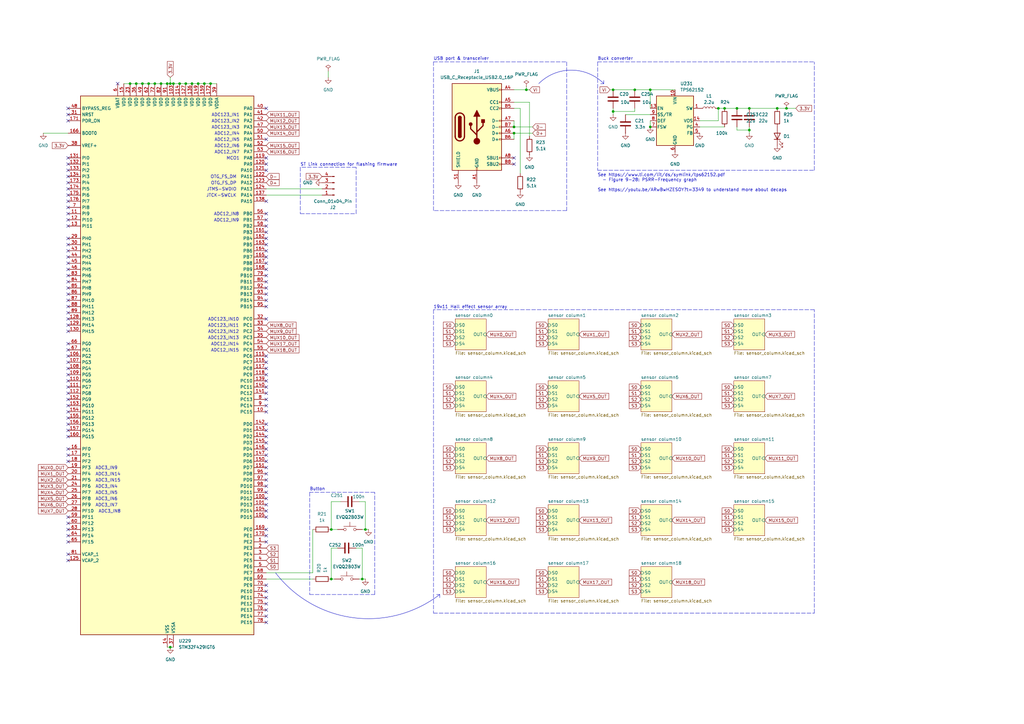
<source format=kicad_sch>
(kicad_sch (version 20250114) (generator "eeschema") (generator_version "9.0")
  (paper "A3")
  (title_block (title "Pompyboard Prototype"))
  (lib_symbols
    (symbol "Connector:Conn_01x04_Pin" (pin_names (offset 1.016) (hide yes))
      (property "Reference" "J" (at 0 5.08 0))
      (property "Value" "Conn_01x04_Pin" (at 0 -7.62 0))
      (symbol "Conn_01x04_Pin_1_1"
        (pin passive line (at 5.08 2.54 180) (length 3.81) (name "Pin_1") (number "1"))
        (pin passive line (at 5.08 0 180) (length 3.81) (name "Pin_2") (number "2"))
        (pin passive line (at 5.08 -2.54 180) (length 3.81) (name "Pin_3") (number "3"))
        (pin passive line (at 5.08 -5.08 180) (length 3.81) (name "Pin_4") (number "4"))
      )
    )
    (symbol "Connector:USB_C_Receptacle_USB2.0_16P" (pin_names (offset 1.016))
      (property "Reference" "J" (at 0 22.225 0))
      (property "Value" "USB_C_Receptacle_USB2.0_16P" (at 0 19.685 0))
      (symbol "USB_C_Receptacle_USB2.0_16P_1_1"
        (pin passive line (at -7.62 -22.86 90) (length 5.08) (name "SHIELD") (number "S1"))
        (pin passive line (at 0 -22.86 90) (length 5.08) (name "GND") (number "A1"))
        (pin passive line (at 0 -22.86 90) (length 5.08) (hide yes) (name "GND") (number "A12"))
        (pin passive line (at 0 -22.86 90) (length 5.08) (hide yes) (name "GND") (number "B1"))
        (pin passive line (at 0 -22.86 90) (length 5.08) (hide yes) (name "GND") (number "B12"))
        (pin passive line (at 15.24 15.24 180) (length 5.08) (name "VBUS") (number "A4"))
        (pin passive line (at 15.24 15.24 180) (length 5.08) (hide yes) (name "VBUS") (number "A9"))
        (pin passive line (at 15.24 15.24 180) (length 5.08) (hide yes) (name "VBUS") (number "B4"))
        (pin passive line (at 15.24 15.24 180) (length 5.08) (hide yes) (name "VBUS") (number "B9"))
        (pin bidirectional line (at 15.24 10.16 180) (length 5.08) (name "CC1") (number "A5"))
        (pin bidirectional line (at 15.24 7.62 180) (length 5.08) (name "CC2") (number "B5"))
        (pin bidirectional line (at 15.24 2.54 180) (length 5.08) (name "D-") (number "A7"))
        (pin bidirectional line (at 15.24 0 180) (length 5.08) (name "D-") (number "B7"))
        (pin bidirectional line (at 15.24 -2.54 180) (length 5.08) (name "D+") (number "A6"))
        (pin bidirectional line (at 15.24 -5.08 180) (length 5.08) (name "D+") (number "B6"))
        (pin bidirectional line (at 15.24 -12.7 180) (length 5.08) (name "SBU1") (number "A8"))
        (pin bidirectional line (at 15.24 -15.24 180) (length 5.08) (name "SBU2") (number "B8"))
      )
    )
    (symbol "Device:C" (pin_numbers (hide yes)) (pin_names (offset 0.254))
      (property "Reference" "C" (at 0.635 2.54 0))
      (property "Value" "C" (at 0.635 -2.54 0))
      (symbol "C_1_1"
        (pin passive line (at 0 3.81 270) (length 2.794) (name "~") (number "1"))
        (pin passive line (at 0 -3.81 90) (length 2.794) (name "~") (number "2"))
      )
    )
    (symbol "Device:L" (pin_numbers (hide yes)) (pin_names (offset 1.016) (hide yes))
      (property "Reference" "L" (at -1.27 0 90))
      (property "Value" "L" (at 1.905 0 90))
      (symbol "L_1_1"
        (pin passive line (at 0 3.81 270) (length 1.27) (name "1") (number "1"))
        (pin passive line (at 0 -3.81 90) (length 1.27) (name "2") (number "2"))
      )
    )
    (symbol "Device:LED" (pin_numbers (hide yes)) (pin_names (offset 1.016) (hide yes))
      (property "Reference" "D" (at 0 2.54 0))
      (property "Value" "LED" (at 0 -2.54 0))
      (symbol "LED_1_1"
        (pin passive line (at -3.81 0 0) (length 2.54) (name "K") (number "1"))
        (pin passive line (at 3.81 0 180) (length 2.54) (name "A") (number "2"))
      )
    )
    (symbol "Device:R" (pin_numbers (hide yes)) (pin_names (offset 0))
      (property "Reference" "R" (at 2.032 0 90))
      (property "Value" "R" (at 0 0 90))
      (symbol "R_1_1"
        (pin passive line (at 0 3.81 270) (length 1.27) (name "~") (number "1"))
        (pin passive line (at 0 -3.81 90) (length 1.27) (name "~") (number "2"))
      )
    )
    (symbol "MCU_ST_STM32F4:STM32F429IGTx"
      (property "Reference" "U" (at -35.56 113.03 0))
      (property "Value" "STM32F429IGTx" (at 22.86 113.03 0))
      (symbol "STM32F429IGTx_1_1"
        (pin input line (at -40.64 106.68 0) (length 5.08) (name "BYPASS_REG") (number "48"))
        (pin input line (at -40.64 104.14 0) (length 5.08) (name "NRST") (number "31"))
        (pin input line (at -40.64 101.6 0) (length 5.08) (name "PDR_ON") (number "171"))
        (pin input line (at -40.64 96.52 0) (length 5.08) (name "BOOT0") (number "166"))
        (pin input line (at -40.64 91.44 0) (length 5.08) (name "VREF+") (number "38"))
        (pin bidirectional line (at -40.64 86.36 0) (length 5.08) (name "PI0") (number "131"))
        (pin bidirectional line (at -40.64 83.82 0) (length 5.08) (name "PI1") (number "132"))
        (pin bidirectional line (at -40.64 81.28 0) (length 5.08) (name "PI2") (number "133"))
        (pin bidirectional line (at -40.64 78.74 0) (length 5.08) (name "PI3") (number "134"))
        (pin bidirectional line (at -40.64 76.2 0) (length 5.08) (name "PI4") (number "173"))
        (pin bidirectional line (at -40.64 73.66 0) (length 5.08) (name "PI5") (number "174"))
        (pin bidirectional line (at -40.64 71.12 0) (length 5.08) (name "PI6") (number "175"))
        (pin bidirectional line (at -40.64 68.58 0) (length 5.08) (name "PI7") (number "176"))
        (pin bidirectional line (at -40.64 66.04 0) (length 5.08) (name "PI8") (number "7"))
        (pin bidirectional line (at -40.64 63.5 0) (length 5.08) (name "PI9") (number "11"))
        (pin bidirectional line (at -40.64 60.96 0) (length 5.08) (name "PI10") (number "12"))
        (pin bidirectional line (at -40.64 58.42 0) (length 5.08) (name "PI11") (number "13"))
        (pin bidirectional line (at -40.64 53.34 0) (length 5.08) (name "PH0") (number "29"))
        (pin bidirectional line (at -40.64 50.8 0) (length 5.08) (name "PH1") (number "30"))
        (pin bidirectional line (at -40.64 48.26 0) (length 5.08) (name "PH2") (number "43"))
        (pin bidirectional line (at -40.64 45.72 0) (length 5.08) (name "PH3") (number "44"))
        (pin bidirectional line (at -40.64 43.18 0) (length 5.08) (name "PH4") (number "45"))
        (pin bidirectional line (at -40.64 40.64 0) (length 5.08) (name "PH5") (number "46"))
        (pin bidirectional line (at -40.64 38.1 0) (length 5.08) (name "PH6") (number "83"))
        (pin bidirectional line (at -40.64 35.56 0) (length 5.08) (name "PH7") (number "84"))
        (pin bidirectional line (at -40.64 33.02 0) (length 5.08) (name "PH8") (number "85"))
        (pin bidirectional line (at -40.64 30.48 0) (length 5.08) (name "PH9") (number "86"))
        (pin bidirectional line (at -40.64 27.94 0) (length 5.08) (name "PH10") (number "87"))
        (pin bidirectional line (at -40.64 25.4 0) (length 5.08) (name "PH11") (number "88"))
        (pin bidirectional line (at -40.64 22.86 0) (length 5.08) (name "PH12") (number "89"))
        (pin bidirectional line (at -40.64 20.32 0) (length 5.08) (name "PH13") (number "128"))
        (pin bidirectional line (at -40.64 17.78 0) (length 5.08) (name "PH14") (number "129"))
        (pin bidirectional line (at -40.64 15.24 0) (length 5.08) (name "PH15") (number "130"))
        (pin bidirectional line (at -40.64 10.16 0) (length 5.08) (name "PG0") (number "66"))
        (pin bidirectional line (at -40.64 7.62 0) (length 5.08) (name "PG1") (number "67"))
        (pin bidirectional line (at -40.64 5.08 0) (length 5.08) (name "PG2") (number "106"))
        (pin bidirectional line (at -40.64 2.54 0) (length 5.08) (name "PG3") (number "107"))
        (pin bidirectional line (at -40.64 0 0) (length 5.08) (name "PG4") (number "108"))
        (pin bidirectional line (at -40.64 -2.54 0) (length 5.08) (name "PG5") (number "109"))
        (pin bidirectional line (at -40.64 -5.08 0) (length 5.08) (name "PG6") (number "110"))
        (pin bidirectional line (at -40.64 -7.62 0) (length 5.08) (name "PG7") (number "111"))
        (pin bidirectional line (at -40.64 -10.16 0) (length 5.08) (name "PG8") (number "112"))
        (pin bidirectional line (at -40.64 -12.7 0) (length 5.08) (name "PG9") (number "152"))
        (pin bidirectional line (at -40.64 -15.24 0) (length 5.08) (name "PG10") (number "153"))
        (pin bidirectional line (at -40.64 -17.78 0) (length 5.08) (name "PG11") (number "154"))
        (pin bidirectional line (at -40.64 -20.32 0) (length 5.08) (name "PG12") (number "155"))
        (pin bidirectional line (at -40.64 -22.86 0) (length 5.08) (name "PG13") (number "156"))
        (pin bidirectional line (at -40.64 -25.4 0) (length 5.08) (name "PG14") (number "157"))
        (pin bidirectional line (at -40.64 -27.94 0) (length 5.08) (name "PG15") (number "160"))
        (pin bidirectional line (at -40.64 -33.02 0) (length 5.08) (name "PF0") (number "16"))
        (pin bidirectional line (at -40.64 -35.56 0) (length 5.08) (name "PF1") (number "17"))
        (pin bidirectional line (at -40.64 -38.1 0) (length 5.08) (name "PF2") (number "18"))
        (pin bidirectional line (at -40.64 -40.64 0) (length 5.08) (name "PF3") (number "19"))
        (pin bidirectional line (at -40.64 -43.18 0) (length 5.08) (name "PF4") (number "20"))
        (pin bidirectional line (at -40.64 -45.72 0) (length 5.08) (name "PF5") (number "21"))
        (pin bidirectional line (at -40.64 -48.26 0) (length 5.08) (name "PF6") (number "24"))
        (pin bidirectional line (at -40.64 -50.8 0) (length 5.08) (name "PF7") (number "25"))
        (pin bidirectional line (at -40.64 -53.34 0) (length 5.08) (name "PF8") (number "26"))
        (pin bidirectional line (at -40.64 -55.88 0) (length 5.08) (name "PF9") (number "27"))
        (pin bidirectional line (at -40.64 -58.42 0) (length 5.08) (name "PF10") (number "28"))
        (pin bidirectional line (at -40.64 -60.96 0) (length 5.08) (name "PF11") (number "59"))
        (pin bidirectional line (at -40.64 -63.5 0) (length 5.08) (name "PF12") (number "60"))
        (pin bidirectional line (at -40.64 -66.04 0) (length 5.08) (name "PF13") (number "63"))
        (pin bidirectional line (at -40.64 -68.58 0) (length 5.08) (name "PF14") (number "64"))
        (pin bidirectional line (at -40.64 -71.12 0) (length 5.08) (name "PF15") (number "65"))
        (pin power_out line (at -40.64 -76.2 0) (length 5.08) (name "VCAP_1") (number "81"))
        (pin power_out line (at -40.64 -78.74 0) (length 5.08) (name "VCAP_2") (number "125"))
        (pin power_in line (at -20.32 116.84 270) (length 5.08) (name "VBAT") (number "6"))
        (pin power_in line (at -17.78 116.84 270) (length 5.08) (name "VDD") (number "15"))
        (pin power_in line (at -15.24 116.84 270) (length 5.08) (name "VDD") (number "23"))
        (pin power_in line (at -12.7 116.84 270) (length 5.08) (name "VDD") (number "36"))
        (pin power_in line (at -10.16 116.84 270) (length 5.08) (name "VDD") (number "49"))
        (pin power_in line (at -7.62 116.84 270) (length 5.08) (name "VDD") (number "62"))
        (pin power_in line (at -5.08 116.84 270) (length 5.08) (name "VDD") (number "72"))
        (pin power_in line (at -2.54 116.84 270) (length 5.08) (name "VDD") (number "82"))
        (pin power_in line (at 0 116.84 270) (length 5.08) (name "VDD") (number "91"))
        (pin passive line (at 0 -114.3 90) (length 5.08) (hide yes) (name "VSS") (number "102"))
        (pin passive line (at 0 -114.3 90) (length 5.08) (hide yes) (name "VSS") (number "113"))
        (pin passive line (at 0 -114.3 90) (length 5.08) (hide yes) (name "VSS") (number "126"))
        (pin passive line (at 0 -114.3 90) (length 5.08) (hide yes) (name "VSS") (number "135"))
        (pin power_in line (at 0 -114.3 90) (length 5.08) (name "VSS") (number "14"))
        (pin passive line (at 0 -114.3 90) (length 5.08) (hide yes) (name "VSS") (number "148"))
        (pin passive line (at 0 -114.3 90) (length 5.08) (hide yes) (name "VSS") (number "158"))
        (pin passive line (at 0 -114.3 90) (length 5.08) (hide yes) (name "VSS") (number "22"))
        (pin passive line (at 0 -114.3 90) (length 5.08) (hide yes) (name "VSS") (number "61"))
        (pin passive line (at 0 -114.3 90) (length 5.08) (hide yes) (name "VSS") (number "71"))
        (pin passive line (at 0 -114.3 90) (length 5.08) (hide yes) (name "VSS") (number "90"))
        (pin power_in line (at 2.54 116.84 270) (length 5.08) (name "VDD") (number "103"))
        (pin power_in line (at 2.54 -114.3 90) (length 5.08) (name "VSSA") (number "37"))
        (pin power_in line (at 5.08 116.84 270) (length 5.08) (name "VDD") (number "114"))
        (pin power_in line (at 7.62 116.84 270) (length 5.08) (name "VDD") (number "127"))
        (pin power_in line (at 10.16 116.84 270) (length 5.08) (name "VDD") (number "136"))
        (pin power_in line (at 12.7 116.84 270) (length 5.08) (name "VDD") (number "149"))
        (pin power_in line (at 15.24 116.84 270) (length 5.08) (name "VDD") (number "159"))
        (pin power_in line (at 17.78 116.84 270) (length 5.08) (name "VDD") (number "172"))
        (pin power_in line (at 20.32 116.84 270) (length 5.08) (name "VDDA") (number "39"))
        (pin bidirectional line (at 40.64 106.68 180) (length 5.08) (name "PA0") (number "40"))
        (pin bidirectional line (at 40.64 104.14 180) (length 5.08) (name "PA1") (number "41"))
        (pin bidirectional line (at 40.64 101.6 180) (length 5.08) (name "PA2") (number "42"))
        (pin bidirectional line (at 40.64 99.06 180) (length 5.08) (name "PA3") (number "47"))
        (pin bidirectional line (at 40.64 96.52 180) (length 5.08) (name "PA4") (number "50"))
        (pin bidirectional line (at 40.64 93.98 180) (length 5.08) (name "PA5") (number "51"))
        (pin bidirectional line (at 40.64 91.44 180) (length 5.08) (name "PA6") (number "52"))
        (pin bidirectional line (at 40.64 88.9 180) (length 5.08) (name "PA7") (number "53"))
        (pin bidirectional line (at 40.64 86.36 180) (length 5.08) (name "PA8") (number "119"))
        (pin bidirectional line (at 40.64 83.82 180) (length 5.08) (name "PA9") (number "120"))
        (pin bidirectional line (at 40.64 81.28 180) (length 5.08) (name "PA10") (number "121"))
        (pin bidirectional line (at 40.64 78.74 180) (length 5.08) (name "PA11") (number "122"))
        (pin bidirectional line (at 40.64 76.2 180) (length 5.08) (name "PA12") (number "123"))
        (pin bidirectional line (at 40.64 73.66 180) (length 5.08) (name "PA13") (number "124"))
        (pin bidirectional line (at 40.64 71.12 180) (length 5.08) (name "PA14") (number "137"))
        (pin bidirectional line (at 40.64 68.58 180) (length 5.08) (name "PA15") (number "138"))
        (pin bidirectional line (at 40.64 63.5 180) (length 5.08) (name "PB0") (number "56"))
        (pin bidirectional line (at 40.64 60.96 180) (length 5.08) (name "PB1") (number "57"))
        (pin bidirectional line (at 40.64 58.42 180) (length 5.08) (name "PB2") (number "58"))
        (pin bidirectional line (at 40.64 55.88 180) (length 5.08) (name "PB3") (number "161"))
        (pin bidirectional line (at 40.64 53.34 180) (length 5.08) (name "PB4") (number "162"))
        (pin bidirectional line (at 40.64 50.8 180) (length 5.08) (name "PB5") (number "163"))
        (pin bidirectional line (at 40.64 48.26 180) (length 5.08) (name "PB6") (number "164"))
        (pin bidirectional line (at 40.64 45.72 180) (length 5.08) (name "PB7") (number "165"))
        (pin bidirectional line (at 40.64 43.18 180) (length 5.08) (name "PB8") (number "167"))
        (pin bidirectional line (at 40.64 40.64 180) (length 5.08) (name "PB9") (number "168"))
        (pin bidirectional line (at 40.64 38.1 180) (length 5.08) (name "PB10") (number "79"))
        (pin bidirectional line (at 40.64 35.56 180) (length 5.08) (name "PB11") (number "80"))
        (pin bidirectional line (at 40.64 33.02 180) (length 5.08) (name "PB12") (number "92"))
        (pin bidirectional line (at 40.64 30.48 180) (length 5.08) (name "PB13") (number "93"))
        (pin bidirectional line (at 40.64 27.94 180) (length 5.08) (name "PB14") (number "94"))
        (pin bidirectional line (at 40.64 25.4 180) (length 5.08) (name "PB15") (number "95"))
        (pin bidirectional line (at 40.64 20.32 180) (length 5.08) (name "PC0") (number "32"))
        (pin bidirectional line (at 40.64 17.78 180) (length 5.08) (name "PC1") (number "33"))
        (pin bidirectional line (at 40.64 15.24 180) (length 5.08) (name "PC2") (number "34"))
        (pin bidirectional line (at 40.64 12.7 180) (length 5.08) (name "PC3") (number "35"))
        (pin bidirectional line (at 40.64 10.16 180) (length 5.08) (name "PC4") (number "54"))
        (pin bidirectional line (at 40.64 7.62 180) (length 5.08) (name "PC5") (number "55"))
        (pin bidirectional line (at 40.64 5.08 180) (length 5.08) (name "PC6") (number "115"))
        (pin bidirectional line (at 40.64 2.54 180) (length 5.08) (name "PC7") (number "116"))
        (pin bidirectional line (at 40.64 0 180) (length 5.08) (name "PC8") (number "117"))
        (pin bidirectional line (at 40.64 -2.54 180) (length 5.08) (name "PC9") (number "118"))
        (pin bidirectional line (at 40.64 -5.08 180) (length 5.08) (name "PC10") (number "139"))
        (pin bidirectional line (at 40.64 -7.62 180) (length 5.08) (name "PC11") (number "140"))
        (pin bidirectional line (at 40.64 -10.16 180) (length 5.08) (name "PC12") (number "141"))
        (pin bidirectional line (at 40.64 -12.7 180) (length 5.08) (name "PC13") (number "8"))
        (pin bidirectional line (at 40.64 -15.24 180) (length 5.08) (name "PC14") (number "9"))
        (pin bidirectional line (at 40.64 -17.78 180) (length 5.08) (name "PC15") (number "10"))
        (pin bidirectional line (at 40.64 -22.86 180) (length 5.08) (name "PD0") (number "142"))
        (pin bidirectional line (at 40.64 -25.4 180) (length 5.08) (name "PD1") (number "143"))
        (pin bidirectional line (at 40.64 -27.94 180) (length 5.08) (name "PD2") (number "144"))
        (pin bidirectional line (at 40.64 -30.48 180) (length 5.08) (name "PD3") (number "145"))
        (pin bidirectional line (at 40.64 -33.02 180) (length 5.08) (name "PD4") (number "146"))
        (pin bidirectional line (at 40.64 -35.56 180) (length 5.08) (name "PD5") (number "147"))
        (pin bidirectional line (at 40.64 -38.1 180) (length 5.08) (name "PD6") (number "150"))
        (pin bidirectional line (at 40.64 -40.64 180) (length 5.08) (name "PD7") (number "151"))
        (pin bidirectional line (at 40.64 -43.18 180) (length 5.08) (name "PD8") (number "96"))
        (pin bidirectional line (at 40.64 -45.72 180) (length 5.08) (name "PD9") (number "97"))
        (pin bidirectional line (at 40.64 -48.26 180) (length 5.08) (name "PD10") (number "98"))
        (pin bidirectional line (at 40.64 -50.8 180) (length 5.08) (name "PD11") (number "99"))
        (pin bidirectional line (at 40.64 -53.34 180) (length 5.08) (name "PD12") (number "100"))
        (pin bidirectional line (at 40.64 -55.88 180) (length 5.08) (name "PD13") (number "101"))
        (pin bidirectional line (at 40.64 -58.42 180) (length 5.08) (name "PD14") (number "104"))
        (pin bidirectional line (at 40.64 -60.96 180) (length 5.08) (name "PD15") (number "105"))
        (pin bidirectional line (at 40.64 -66.04 180) (length 5.08) (name "PE0") (number "169"))
        (pin bidirectional line (at 40.64 -68.58 180) (length 5.08) (name "PE1") (number "170"))
        (pin bidirectional line (at 40.64 -71.12 180) (length 5.08) (name "PE2") (number "1"))
        (pin bidirectional line (at 40.64 -73.66 180) (length 5.08) (name "PE3") (number "2"))
        (pin bidirectional line (at 40.64 -76.2 180) (length 5.08) (name "PE4") (number "3"))
        (pin bidirectional line (at 40.64 -78.74 180) (length 5.08) (name "PE5") (number "4"))
        (pin bidirectional line (at 40.64 -81.28 180) (length 5.08) (name "PE6") (number "5"))
        (pin bidirectional line (at 40.64 -83.82 180) (length 5.08) (name "PE7") (number "68"))
        (pin bidirectional line (at 40.64 -86.36 180) (length 5.08) (name "PE8") (number "69"))
        (pin bidirectional line (at 40.64 -88.9 180) (length 5.08) (name "PE9") (number "70"))
        (pin bidirectional line (at 40.64 -91.44 180) (length 5.08) (name "PE10") (number "73"))
        (pin bidirectional line (at 40.64 -93.98 180) (length 5.08) (name "PE11") (number "74"))
        (pin bidirectional line (at 40.64 -96.52 180) (length 5.08) (name "PE12") (number "75"))
        (pin bidirectional line (at 40.64 -99.06 180) (length 5.08) (name "PE13") (number "76"))
        (pin bidirectional line (at 40.64 -101.6 180) (length 5.08) (name "PE14") (number "77"))
        (pin bidirectional line (at 40.64 -104.14 180) (length 5.08) (name "PE15") (number "78"))
      )
    )
    (symbol "Regulator_Switching:TPS62152" (pin_names (offset 0.254))
      (property "Reference" "U" (at 3.81 13.97 0))
      (property "Value" "TPS62152" (at 3.81 11.43 0))
      (symbol "TPS62152_1_1"
        (pin input line (at -10.16 5.08 0) (length 2.54) (name "EN") (number "13"))
        (pin input line (at -10.16 2.54 0) (length 2.54) (name "SS/TR") (number "9"))
        (pin input line (at -10.16 0 0) (length 2.54) (name "DEF") (number "8"))
        (pin input line (at -10.16 -2.54 0) (length 2.54) (name "FSW") (number "7"))
        (pin power_in line (at 0 12.7 270) (length 2.54) (name "VIN") (number "10"))
        (pin passive line (at 0 12.7 270) (length 2.54) (hide yes) (name "VIN") (number "11"))
        (pin passive line (at 0 12.7 270) (length 2.54) (hide yes) (name "VIN") (number "12"))
        (pin passive line (at 0 -12.7 90) (length 2.54) (hide yes) (name "GND") (number "15"))
        (pin passive line (at 0 -12.7 90) (length 2.54) (hide yes) (name "GND") (number "16"))
        (pin passive line (at 0 -12.7 90) (length 2.54) (hide yes) (name "GND") (number "17"))
        (pin power_in line (at 0 -12.7 90) (length 2.54) (name "GND") (number "6"))
        (pin output line (at 10.16 5.08 180) (length 2.54) (name "SW") (number "1"))
        (pin passive line (at 10.16 5.08 180) (length 2.54) (hide yes) (name "SW") (number "2"))
        (pin passive line (at 10.16 5.08 180) (length 2.54) (hide yes) (name "SW") (number "3"))
        (pin input line (at 10.16 0 180) (length 2.54) (name "VOS") (number "14"))
        (pin open_collector line (at 10.16 -2.54 180) (length 2.54) (name "PG") (number "4"))
        (pin input line (at 10.16 -5.08 180) (length 2.54) (name "FB") (number "5"))
      )
    )
    (symbol "Switch:SW_Push" (pin_numbers (hide yes)) (pin_names (offset 1.016) (hide yes))
      (property "Reference" "SW" (at 1.27 2.54 0))
      (property "Value" "SW_Push" (at 0 -1.524 0))
      (symbol "SW_Push_0_1"
        (pin passive line (at -5.08 0 0) (length 2.54) (name "1") (number "1"))
        (pin passive line (at 5.08 0 180) (length 2.54) (name "2") (number "2"))
      )
    )
    (symbol "power:GND" (power) (pin_numbers (hide yes)) (pin_names (offset 0) (hide yes))
      (property "Value" "GND" (at 0 -3.81 0))
      (symbol "GND_1_1"
        (pin power_in line (at 0 0 270) (length 0) (name "~") (number "1"))
      )
    )
    (symbol "power:PWR_FLAG" (power) (pin_numbers (hide yes)) (pin_names (offset 0) (hide yes))
      (property "Value" "PWR_FLAG" (at 0 3.81 0))
      (symbol "PWR_FLAG_0_0"
        (pin power_out line (at 0 0 90) (length 0) (name "~") (number "1"))
      )
    )
  )
  (arc (start 180.34 243.84) (mid 144.8438 253.3353) (end 113.03 234.95))
  (arc (start 220.98 34.29) (mid 234.315 28.7664) (end 247.65 34.29))
  (text "ADC3_IN6" (at 39.116 204.724 0) (effects (font (size 1.27 1.27)) (justify left)))
  (text "ADC3_IN8" (at 40.386 209.804 0) (effects (font (size 1.27 1.27)) (justify left)))
  (text "ADC12_IN15" (at 98.044 143.764 0) (effects (font (size 1.27 1.27)) (justify right)))
  (text "ADC3_IN14" (at 39.116 194.564 0) (effects (font (size 1.27 1.27)) (justify left)))
  (text "ADC12_IN14" (at 98.044 141.224 0) (effects (font (size 1.27 1.27)) (justify right)))
  (text "ADC123_IN10" (at 98.044 131.064 0) (effects (font (size 1.27 1.27)) (justify right)))
  (text "ADC123_IN12" (at 98.044 136.144 0) (effects (font (size 1.27 1.27)) (justify right)))
  (text "Button" (at 127 200.66 0) (effects (font (size 1.27 1.27)) (justify left)))
  (text "ADC12_IN9" (at 98.044 90.424 0) (effects (font (size 1.27 1.27)) (justify right)))
  (text "ADC3_IN15" (at 39.116 197.104 0) (effects (font (size 1.27 1.27)) (justify left)))
  (text "OTG_FS_DM" (at 97.028 72.644 0) (effects (font (size 1.27 1.27)) (justify right)))
  (text "ADC3_IN4" (at 39.116 199.644 0) (effects (font (size 1.27 1.27)) (justify left)))
  (text "See https://www.ti.com/lit/ds/symlink/tps62152.pdf\n  - Figure 9-28: PSRR-Frequency graph\n\nSee https://youtu.be/ARwBwHZESOY?t=3349 to understand more about decaps" (at 245.11 71.12 0) (effects (font (size 1.27 1.27)) (justify left top)))
  (text "ADC12_IN4" (at 98.298 54.864 0) (effects (font (size 1.27 1.27)) (justify right)))
  (text "Buck converter" (at 245.11 24.13 0) (effects (font (size 1.27 1.27)) (justify left)))
  (text "19x11 Hall effect sensor array" (at 177.8 125.984 0) (effects (font (size 1.27 1.27)) (justify left)))
  (text "ADC3_IN9" (at 39.116 192.024 0) (effects (font (size 1.27 1.27)) (justify left)))
  (text "ADC123_IN1" (at 98.298 47.244 0) (effects (font (size 1.27 1.27)) (justify right)))
  (text "ADC123_IN13" (at 98.044 138.684 0) (effects (font (size 1.27 1.27)) (justify right)))
  (text "ADC12_IN6" (at 98.298 59.944 0) (effects (font (size 1.27 1.27)) (justify right)))
  (text "ADC3_IN5" (at 39.116 202.184 0) (effects (font (size 1.27 1.27)) (justify left)))
  (text "ADC12_IN5" (at 98.298 57.404 0) (effects (font (size 1.27 1.27)) (justify right)))
  (text "ST Link connection for flashing firmware" (at 123.19 67.564 0) (effects (font (size 1.27 1.27)) (justify left)))
  (text "JTCK-SWCLK" (at 97.028 80.264 0) (effects (font (size 1.27 1.27)) (justify right)))
  (text "USB port & transceiver" (at 177.8 24.13 0) (effects (font (size 1.27 1.27)) (justify left)))
  (text "OTG_FS_DP" (at 97.028 75.184 0) (effects (font (size 1.27 1.27)) (justify right)))
  (text "MCO1" (at 98.298 65.024 0) (effects (font (size 1.27 1.27)) (justify right)))
  (text "ADC123_IN11" (at 98.044 133.604 0) (effects (font (size 1.27 1.27)) (justify right)))
  (text "ADC12_IN8" (at 98.044 87.884 0) (effects (font (size 1.27 1.27)) (justify right)))
  (text "ADC12_IN7" (at 98.298 62.484 0) (effects (font (size 1.27 1.27)) (justify right)))
  (text "JTMS-SWDIO" (at 97.028 77.724 0) (effects (font (size 1.27 1.27)) (justify right)))
  (text "ADC123_IN3" (at 98.298 52.324 0) (effects (font (size 1.27 1.27)) (justify right)))
  (text "ADC123_IN2" (at 98.298 49.784 0) (effects (font (size 1.27 1.27)) (justify right)))
  (text "ADC3_IN7" (at 39.116 207.264 0) (effects (font (size 1.27 1.27)) (justify left)))
  (junction (at 55.88 34.29))
  (junction (at 135.89 217.17))
  (junction (at 69.85 265.43))
  (junction (at 86.36 34.29))
  (junction (at 66.04 34.29))
  (junction (at 76.2 34.29))
  (junction (at 83.82 34.29))
  (junction (at 307.34 53.34))
  (junction (at 68.58 34.29))
  (junction (at 135.89 237.49))
  (junction (at 260.35 36.83))
  (junction (at 318.77 44.45))
  (junction (at 266.7 52.07))
  (junction (at 69.85 34.29))
  (junction (at 322.58 44.45))
  (junction (at 215.9 36.83))
  (junction (at 251.46 45.72))
  (junction (at 60.96 34.29))
  (junction (at 58.42 34.29))
  (junction (at 78.74 34.29))
  (junction (at 81.28 34.29))
  (junction (at 210.82 54.61))
  (junction (at 302.26 44.45))
  (junction (at 149.86 217.17))
  (junction (at 251.46 36.83))
  (junction (at 294.64 44.45))
  (junction (at 307.34 44.45))
  (junction (at 63.5 34.29))
  (junction (at 53.34 34.29))
  (junction (at 73.66 34.29))
  (junction (at 148.59 237.49))
  (junction (at 71.12 34.29))
  (junction (at 266.7 36.83))
  (junction (at 297.18 44.45))
  (junction (at 210.82 52.07))
  (no_connect (at 27.94 153.67))
  (no_connect (at 109.22 87.63))
  (no_connect (at 27.94 49.53))
  (no_connect (at 27.94 125.73))
  (no_connect (at 27.94 100.33))
  (no_connect (at 27.94 105.41))
  (no_connect (at 27.94 219.71))
  (no_connect (at 109.22 100.33))
  (no_connect (at 109.22 158.75))
  (no_connect (at 27.94 158.75))
  (no_connect (at 27.94 102.87))
  (no_connect (at 109.22 105.41))
  (no_connect (at 109.22 176.53))
  (no_connect (at 27.94 64.77))
  (no_connect (at 109.22 204.47))
  (no_connect (at 109.22 186.69))
  (no_connect (at 109.22 107.95))
  (no_connect (at 27.94 171.45))
  (no_connect (at 109.22 201.93))
  (no_connect (at 27.94 146.05))
  (no_connect (at 109.22 115.57))
  (no_connect (at 27.94 90.17))
  (no_connect (at 27.94 72.39))
  (no_connect (at 109.22 168.91))
  (no_connect (at 27.94 189.23))
  (no_connect (at 109.22 148.59))
  (no_connect (at 109.22 130.81))
  (no_connect (at 109.22 153.67))
  (no_connect (at 109.22 194.31))
  (no_connect (at 27.94 217.17))
  (no_connect (at 27.94 46.99))
  (no_connect (at 27.94 222.25))
  (no_connect (at 27.94 123.19))
  (no_connect (at 27.94 186.69))
  (no_connect (at 109.22 146.05))
  (no_connect (at 27.94 115.57))
  (no_connect (at 27.94 140.97))
  (no_connect (at 109.22 240.03))
  (no_connect (at 27.94 82.55))
  (no_connect (at 109.22 113.03))
  (no_connect (at 27.94 151.13))
  (no_connect (at 27.94 148.59))
  (no_connect (at 27.94 166.37))
  (no_connect (at 109.22 252.73))
  (no_connect (at 109.22 184.15))
  (no_connect (at 27.94 133.35))
  (no_connect (at 109.22 209.55))
  (no_connect (at 109.22 120.65))
  (no_connect (at 27.94 214.63))
  (no_connect (at 27.94 67.31))
  (no_connect (at 109.22 82.55))
  (no_connect (at 109.22 156.21))
  (no_connect (at 27.94 87.63))
  (no_connect (at 27.94 229.87))
  (no_connect (at 109.22 118.11))
  (no_connect (at 27.94 161.29))
  (no_connect (at 27.94 110.49))
  (no_connect (at 109.22 64.77))
  (no_connect (at 109.22 123.19))
  (no_connect (at 109.22 212.09))
  (no_connect (at 27.94 227.33))
  (no_connect (at 27.94 74.93))
  (no_connect (at 109.22 44.45))
  (no_connect (at 27.94 92.71))
  (no_connect (at 27.94 118.11))
  (no_connect (at 27.94 212.09))
  (no_connect (at 27.94 173.99))
  (no_connect (at 27.94 156.21))
  (no_connect (at 27.94 184.15))
  (no_connect (at 109.22 181.61))
  (no_connect (at 210.82 64.77))
  (no_connect (at 27.94 113.03))
  (no_connect (at 109.22 191.77))
  (no_connect (at 27.94 163.83))
  (no_connect (at 109.22 92.71))
  (no_connect (at 109.22 242.57))
  (no_connect (at 109.22 207.01))
  (no_connect (at 109.22 97.79))
  (no_connect (at 27.94 107.95))
  (no_connect (at 27.94 135.89))
  (no_connect (at 109.22 161.29))
  (no_connect (at 27.94 168.91))
  (no_connect (at 48.26 34.29))
  (no_connect (at 109.22 222.25))
  (no_connect (at 109.22 247.65))
  (no_connect (at 27.94 128.27))
  (no_connect (at 210.82 67.31))
  (no_connect (at 109.22 179.07))
  (no_connect (at 27.94 80.01))
  (no_connect (at 109.22 57.15))
  (no_connect (at 109.22 151.13))
  (no_connect (at 109.22 69.85))
  (no_connect (at 27.94 44.45))
  (no_connect (at 27.94 176.53))
  (no_connect (at 27.94 143.51))
  (no_connect (at 109.22 189.23))
  (no_connect (at 109.22 255.27))
  (no_connect (at 109.22 250.19))
  (no_connect (at 109.22 245.11))
  (no_connect (at 109.22 196.85))
  (no_connect (at 109.22 219.71))
  (no_connect (at 27.94 85.09))
  (no_connect (at 109.22 166.37))
  (no_connect (at 109.22 199.39))
  (no_connect (at 27.94 77.47))
  (no_connect (at 109.22 102.87))
  (no_connect (at 109.22 173.99))
  (no_connect (at 109.22 125.73))
  (no_connect (at 27.94 97.79))
  (no_connect (at 109.22 67.31))
  (no_connect (at 109.22 95.25))
  (no_connect (at 109.22 217.17))
  (no_connect (at 27.94 69.85))
  (no_connect (at 27.94 130.81))
  (no_connect (at 27.94 179.07))
  (no_connect (at 27.94 120.65))
  (no_connect (at 109.22 163.83))
  (no_connect (at 109.22 110.49))
  (no_connect (at 109.22 90.17))
  (polyline (pts (xy 334.01 127) (xy 177.8 127)) (stroke (width 0) (type dash)))
  (wire (pts (xy 135.89 217.17) (xy 138.43 217.17)))
  (polyline (pts (xy 153.67 243.84) (xy 153.67 201.93)) (stroke (width 0) (type dash)))
  (polyline (pts (xy 232.41 86.36) (xy 177.8 86.36)) (stroke (width 0) (type dash)))
  (wire (pts (xy 55.88 34.29) (xy 58.42 34.29)))
  (polyline (pts (xy 123.19 87.63) (xy 146.05 87.63)) (stroke (width 0) (type dash)))
  (wire (pts (xy 307.34 54.61) (xy 307.34 53.34)))
  (wire (pts (xy 210.82 52.07) (xy 218.44 52.07)))
  (wire (pts (xy 266.7 49.53) (xy 266.7 52.07)))
  (wire (pts (xy 213.36 44.45) (xy 213.36 71.12)))
  (wire (pts (xy 151.13 217.17) (xy 149.86 217.17)))
  (polyline (pts (xy 153.67 201.93) (xy 127 201.93)) (stroke (width 0) (type dash)))
  (wire (pts (xy 251.46 46.99) (xy 251.46 45.72)))
  (wire (pts (xy 109.22 80.01) (xy 132.08 80.01)))
  (polyline (pts (xy 334.01 69.85) (xy 334.01 25.4)) (stroke (width 0) (type dash)))
  (wire (pts (xy 76.2 34.29) (xy 78.74 34.29)))
  (wire (pts (xy 109.22 77.47) (xy 132.08 77.47)))
  (wire (pts (xy 302.26 53.34) (xy 307.34 53.34)))
  (wire (pts (xy 60.96 34.29) (xy 63.5 34.29)))
  (wire (pts (xy 149.86 217.17) (xy 148.59 217.17)))
  (wire (pts (xy 148.59 224.79) (xy 148.59 237.49)))
  (wire (pts (xy 71.12 34.29) (xy 73.66 34.29)))
  (wire (pts (xy 307.34 53.34) (xy 307.34 52.07)))
  (polyline (pts (xy 179.07 243.84) (xy 180.34 243.84)))
  (wire (pts (xy 322.58 44.45) (xy 326.39 44.45)))
  (polyline (pts (xy 177.8 25.4) (xy 232.41 25.4)) (stroke (width 0) (type dash)))
  (wire (pts (xy 256.54 46.99) (xy 266.7 46.99)))
  (wire (pts (xy 138.43 224.79) (xy 135.89 224.79)))
  (wire (pts (xy 294.64 44.45) (xy 297.18 44.45)))
  (wire (pts (xy 66.04 34.29) (xy 68.58 34.29)))
  (polyline (pts (xy 146.05 87.63) (xy 146.05 68.58)) (stroke (width 0) (type dash)))
  (wire (pts (xy 215.9 35.56) (xy 215.9 36.83)))
  (wire (pts (xy 128.27 217.17) (xy 128.27 234.95)))
  (polyline (pts (xy 245.11 69.85) (xy 334.01 69.85)) (stroke (width 0) (type dash)))
  (wire (pts (xy 148.59 237.49) (xy 147.32 237.49)))
  (wire (pts (xy 63.5 34.29) (xy 66.04 34.29)))
  (wire (pts (xy 266.7 36.83) (xy 276.86 36.83)))
  (wire (pts (xy 210.82 54.61) (xy 218.44 54.61)))
  (wire (pts (xy 135.89 205.74) (xy 139.7 205.74)))
  (polyline (pts (xy 177.8 86.36) (xy 177.8 25.4)) (stroke (width 0) (type dash)))
  (wire (pts (xy 69.85 34.29) (xy 71.12 34.29)))
  (wire (pts (xy 58.42 34.29) (xy 60.96 34.29)))
  (wire (pts (xy 17.78 54.61) (xy 27.94 54.61)))
  (polyline (pts (xy 245.11 25.4) (xy 334.01 25.4)) (stroke (width 0) (type dash)))
  (wire (pts (xy 135.89 237.49) (xy 137.16 237.49)))
  (polyline (pts (xy 334.01 251.46) (xy 334.01 127)) (stroke (width 0) (type dash)))
  (wire (pts (xy 81.28 34.29) (xy 83.82 34.29)))
  (polyline (pts (xy 123.19 68.58) (xy 123.19 87.63)) (stroke (width 0) (type dash)))
  (wire (pts (xy 53.34 34.29) (xy 55.88 34.29)))
  (wire (pts (xy 109.22 234.95) (xy 128.27 234.95)))
  (wire (pts (xy 217.17 55.88) (xy 217.17 41.91)))
  (wire (pts (xy 297.18 44.45) (xy 302.26 44.45)))
  (wire (pts (xy 251.46 36.83) (xy 260.35 36.83)))
  (wire (pts (xy 251.46 45.72) (xy 260.35 45.72)))
  (polyline (pts (xy 245.11 25.4) (xy 245.11 69.85)) (stroke (width 0) (type dash)))
  (wire (pts (xy 210.82 52.07) (xy 210.82 49.53)))
  (wire (pts (xy 69.85 31.75) (xy 69.85 34.29)))
  (wire (pts (xy 251.46 45.72) (xy 251.46 44.45)))
  (polyline (pts (xy 127 243.84) (xy 153.67 243.84)) (stroke (width 0) (type dash)))
  (wire (pts (xy 302.26 44.45) (xy 307.34 44.45)))
  (wire (pts (xy 134.62 29.21) (xy 134.62 31.75)))
  (polyline (pts (xy 127 201.93) (xy 127 243.84)) (stroke (width 0) (type dash)))
  (wire (pts (xy 135.89 224.79) (xy 135.89 237.49)))
  (polyline (pts (xy 232.41 25.4) (xy 232.41 86.36)) (stroke (width 0) (type dash)))
  (wire (pts (xy 73.66 34.29) (xy 76.2 34.29)))
  (wire (pts (xy 149.86 205.74) (xy 149.86 217.17)))
  (polyline (pts (xy 146.05 68.58) (xy 123.19 68.58)) (stroke (width 0) (type dash)))
  (wire (pts (xy 149.86 237.49) (xy 148.59 237.49)))
  (wire (pts (xy 266.7 36.83) (xy 266.7 44.45)))
  (wire (pts (xy 215.9 36.83) (xy 210.82 36.83)))
  (wire (pts (xy 50.8 34.29) (xy 53.34 34.29)))
  (wire (pts (xy 260.35 44.45) (xy 260.35 45.72)))
  (wire (pts (xy 250.19 36.83) (xy 251.46 36.83)))
  (wire (pts (xy 287.02 52.07) (xy 297.18 52.07)))
  (polyline (pts (xy 177.8 251.46) (xy 334.01 251.46)) (stroke (width 0) (type dash)))
  (wire (pts (xy 294.64 44.45) (xy 294.64 49.53)))
  (wire (pts (xy 146.05 224.79) (xy 148.59 224.79)))
  (wire (pts (xy 68.58 34.29) (xy 69.85 34.29)))
  (polyline (pts (xy 180.34 243.84) (xy 180.34 245.11)))
  (wire (pts (xy 210.82 44.45) (xy 213.36 44.45)))
  (wire (pts (xy 210.82 57.15) (xy 210.82 54.61)))
  (wire (pts (xy 147.32 205.74) (xy 149.86 205.74)))
  (wire (pts (xy 109.22 237.49) (xy 128.27 237.49)))
  (wire (pts (xy 302.26 52.07) (xy 302.26 53.34)))
  (wire (pts (xy 307.34 44.45) (xy 318.77 44.45)))
  (wire (pts (xy 210.82 41.91) (xy 217.17 41.91)))
  (wire (pts (xy 260.35 36.83) (xy 266.7 36.83)))
  (wire (pts (xy 86.36 34.29) (xy 88.9 34.29)))
  (wire (pts (xy 69.85 265.43) (xy 71.12 265.43)))
  (wire (pts (xy 217.17 36.83) (xy 215.9 36.83)))
  (polyline (pts (xy 177.8 127) (xy 177.8 251.46)) (stroke (width 0) (type dash)))
  (polyline (pts (xy 247.65 33.02) (xy 247.65 34.29)))
  (wire (pts (xy 135.89 205.74) (xy 135.89 217.17)))
  (wire (pts (xy 78.74 34.29) (xy 81.28 34.29)))
  (wire (pts (xy 68.58 265.43) (xy 69.85 265.43)))
  (wire (pts (xy 318.77 44.45) (xy 322.58 44.45)))
  (polyline (pts (xy 246.38 34.29) (xy 247.65 34.29)))
  (wire (pts (xy 287.02 49.53) (xy 294.64 49.53)))
  (wire (pts (xy 83.82 34.29) (xy 86.36 34.29)))
  (global_label "MUX12_OUT" (shape input) (at 109.22 49.53 0) (property "Intersheetrefs" "${INTERSHEET_REFS}" (effects (hide yes))))
  (global_label "S3" (shape input) (at 300.99 217.17 180) (property "Intersheetrefs" "${INTERSHEET_REFS}" (effects (hide yes))))
  (global_label "S0" (shape input) (at 186.69 133.35 180) (property "Intersheetrefs" "${INTERSHEET_REFS}" (effects (hide yes))))
  (global_label "S3" (shape input) (at 262.89 217.17 180) (property "Intersheetrefs" "${INTERSHEET_REFS}" (effects (hide yes))))
  (global_label "S3" (shape input) (at 262.89 140.97 180) (property "Intersheetrefs" "${INTERSHEET_REFS}" (effects (hide yes))))
  (global_label "S0" (shape input) (at 300.99 184.15 180) (property "Intersheetrefs" "${INTERSHEET_REFS}" (effects (hide yes))))
  (global_label "MUX13_OUT" (shape input) (at 109.22 52.07 0) (property "Intersheetrefs" "${INTERSHEET_REFS}" (effects (hide yes))))
  (global_label "MUX16_OUT" (shape input) (at 109.22 62.23 0) (property "Intersheetrefs" "${INTERSHEET_REFS}" (effects (hide yes))))
  (global_label "MUX0_OUT" (shape input) (at 27.94 191.77 180) (property "Intersheetrefs" "${INTERSHEET_REFS}" (effects (hide yes))))
  (global_label "S2" (shape input) (at 262.89 163.83 180) (property "Intersheetrefs" "${INTERSHEET_REFS}" (effects (hide yes))))
  (global_label "S3" (shape input) (at 186.69 140.97 180) (property "Intersheetrefs" "${INTERSHEET_REFS}" (effects (hide yes))))
  (global_label "S2" (shape input) (at 186.69 138.43 180) (property "Intersheetrefs" "${INTERSHEET_REFS}" (effects (hide yes))))
  (global_label "S3" (shape input) (at 300.99 140.97 180) (property "Intersheetrefs" "${INTERSHEET_REFS}" (effects (hide yes))))
  (global_label "S0" (shape input) (at 186.69 158.75 180) (property "Intersheetrefs" "${INTERSHEET_REFS}" (effects (hide yes))))
  (global_label "MUX0_OUT" (shape input) (at 199.39 137.16 0) (property "Intersheetrefs" "${INTERSHEET_REFS}" (effects (hide yes))))
  (global_label "S3" (shape input) (at 224.79 217.17 180) (property "Intersheetrefs" "${INTERSHEET_REFS}" (effects (hide yes))))
  (global_label "S1" (shape input) (at 186.69 161.29 180) (property "Intersheetrefs" "${INTERSHEET_REFS}" (effects (hide yes))))
  (global_label "MUX11_OUT" (shape input) (at 313.69 187.96 0) (property "Intersheetrefs" "${INTERSHEET_REFS}" (effects (hide yes))))
  (global_label "S1" (shape input) (at 224.79 237.49 180) (property "Intersheetrefs" "${INTERSHEET_REFS}" (effects (hide yes))))
  (global_label "S1" (shape input) (at 186.69 237.49 180) (property "Intersheetrefs" "${INTERSHEET_REFS}" (effects (hide yes))))
  (global_label "3.3V" (shape input) (at 132.08 72.39 180) (property "Intersheetrefs" "${INTERSHEET_REFS}" (effects (hide yes))))
  (global_label "S2" (shape input) (at 262.89 138.43 180) (property "Intersheetrefs" "${INTERSHEET_REFS}" (effects (hide yes))))
  (global_label "S0" (shape input) (at 224.79 133.35 180) (property "Intersheetrefs" "${INTERSHEET_REFS}" (effects (hide yes))))
  (global_label "3.3V" (shape input) (at 326.39 44.45 0) (property "Intersheetrefs" "${INTERSHEET_REFS}" (effects (hide yes))))
  (global_label "MUX7_OUT" (shape input) (at 27.94 209.55 180) (property "Intersheetrefs" "${INTERSHEET_REFS}" (effects (hide yes))))
  (global_label "S2" (shape input) (at 224.79 189.23 180) (property "Intersheetrefs" "${INTERSHEET_REFS}" (effects (hide yes))))
  (global_label "S2" (shape input) (at 224.79 214.63 180) (property "Intersheetrefs" "${INTERSHEET_REFS}" (effects (hide yes))))
  (global_label "D-" (shape input) (at 109.22 72.39 0) (property "Intersheetrefs" "${INTERSHEET_REFS}" (effects (hide yes))))
  (global_label "S0" (shape input) (at 262.89 133.35 180) (property "Intersheetrefs" "${INTERSHEET_REFS}" (effects (hide yes))))
  (global_label "S3" (shape input) (at 224.79 242.57 180) (property "Intersheetrefs" "${INTERSHEET_REFS}" (effects (hide yes))))
  (global_label "S2" (shape input) (at 186.69 214.63 180) (property "Intersheetrefs" "${INTERSHEET_REFS}" (effects (hide yes))))
  (global_label "S1" (shape input) (at 224.79 135.89 180) (property "Intersheetrefs" "${INTERSHEET_REFS}" (effects (hide yes))))
  (global_label "MUX11_OUT" (shape input) (at 109.22 46.99 0) (property "Intersheetrefs" "${INTERSHEET_REFS}" (effects (hide yes))))
  (global_label "MUX18_OUT" (shape input) (at 275.59 238.76 0) (property "Intersheetrefs" "${INTERSHEET_REFS}" (effects (hide yes))))
  (global_label "MUX16_OUT" (shape input) (at 199.39 238.76 0) (property "Intersheetrefs" "${INTERSHEET_REFS}" (effects (hide yes))))
  (global_label "S3" (shape input) (at 300.99 166.37 180) (property "Intersheetrefs" "${INTERSHEET_REFS}" (effects (hide yes))))
  (global_label "MUX2_OUT" (shape input) (at 27.94 196.85 180) (property "Intersheetrefs" "${INTERSHEET_REFS}" (effects (hide yes))))
  (global_label "D+" (shape input) (at 109.22 74.93 0) (property "Intersheetrefs" "${INTERSHEET_REFS}" (effects (hide yes))))
  (global_label "S0" (shape input) (at 224.79 209.55 180) (property "Intersheetrefs" "${INTERSHEET_REFS}" (effects (hide yes))))
  (global_label "MUX17_OUT" (shape input) (at 237.49 238.76 0) (property "Intersheetrefs" "${INTERSHEET_REFS}" (effects (hide yes))))
  (global_label "S1" (shape input) (at 186.69 212.09 180) (property "Intersheetrefs" "${INTERSHEET_REFS}" (effects (hide yes))))
  (global_label "S0" (shape input) (at 186.69 234.95 180) (property "Intersheetrefs" "${INTERSHEET_REFS}" (effects (hide yes))))
  (global_label "S2" (shape input) (at 224.79 163.83 180) (property "Intersheetrefs" "${INTERSHEET_REFS}" (effects (hide yes))))
  (global_label "S2" (shape input) (at 300.99 138.43 180) (property "Intersheetrefs" "${INTERSHEET_REFS}" (effects (hide yes))))
  (global_label "S2" (shape input) (at 186.69 189.23 180) (property "Intersheetrefs" "${INTERSHEET_REFS}" (effects (hide yes))))
  (global_label "S2" (shape input) (at 262.89 214.63 180) (property "Intersheetrefs" "${INTERSHEET_REFS}" (effects (hide yes))))
  (global_label "S0" (shape input) (at 262.89 158.75 180) (property "Intersheetrefs" "${INTERSHEET_REFS}" (effects (hide yes))))
  (global_label "S1" (shape input) (at 262.89 135.89 180) (property "Intersheetrefs" "${INTERSHEET_REFS}" (effects (hide yes))))
  (global_label "S1" (shape input) (at 224.79 161.29 180) (property "Intersheetrefs" "${INTERSHEET_REFS}" (effects (hide yes))))
  (global_label "S0" (shape input) (at 224.79 184.15 180) (property "Intersheetrefs" "${INTERSHEET_REFS}" (effects (hide yes))))
  (global_label "S1" (shape input) (at 300.99 135.89 180) (property "Intersheetrefs" "${INTERSHEET_REFS}" (effects (hide yes))))
  (global_label "S0" (shape input) (at 109.22 232.41 0) (property "Intersheetrefs" "${INTERSHEET_REFS}" (effects (hide yes))))
  (global_label "MUX1_OUT" (shape input) (at 27.94 194.31 180) (property "Intersheetrefs" "${INTERSHEET_REFS}" (effects (hide yes))))
  (global_label "S1" (shape input) (at 224.79 186.69 180) (property "Intersheetrefs" "${INTERSHEET_REFS}" (effects (hide yes))))
  (global_label "S2" (shape input) (at 186.69 163.83 180) (property "Intersheetrefs" "${INTERSHEET_REFS}" (effects (hide yes))))
  (global_label "S2" (shape input) (at 300.99 163.83 180) (property "Intersheetrefs" "${INTERSHEET_REFS}" (effects (hide yes))))
  (global_label "S3" (shape input) (at 262.89 191.77 180) (property "Intersheetrefs" "${INTERSHEET_REFS}" (effects (hide yes))))
  (global_label "S1" (shape input) (at 300.99 186.69 180) (property "Intersheetrefs" "${INTERSHEET_REFS}" (effects (hide yes))))
  (global_label "S0" (shape input) (at 300.99 158.75 180) (property "Intersheetrefs" "${INTERSHEET_REFS}" (effects (hide yes))))
  (global_label "S3" (shape input) (at 186.69 191.77 180) (property "Intersheetrefs" "${INTERSHEET_REFS}" (effects (hide yes))))
  (global_label "S1" (shape input) (at 262.89 212.09 180) (property "Intersheetrefs" "${INTERSHEET_REFS}" (effects (hide yes))))
  (global_label "S3" (shape input) (at 109.22 224.79 0) (property "Intersheetrefs" "${INTERSHEET_REFS}" (effects (hide yes))))
  (global_label "MUX18_OUT" (shape input) (at 109.22 143.51 0) (property "Intersheetrefs" "${INTERSHEET_REFS}" (effects (hide yes))))
  (global_label "MUX7_OUT" (shape input) (at 313.69 162.56 0) (property "Intersheetrefs" "${INTERSHEET_REFS}" (effects (hide yes))))
  (global_label "MUX4_OUT" (shape input) (at 199.39 162.56 0) (property "Intersheetrefs" "${INTERSHEET_REFS}" (effects (hide yes))))
  (global_label "MUX15_OUT" (shape input) (at 313.69 213.36 0) (property "Intersheetrefs" "${INTERSHEET_REFS}" (effects (hide yes))))
  (global_label "S1" (shape input) (at 109.22 229.87 0) (property "Intersheetrefs" "${INTERSHEET_REFS}" (effects (hide yes))))
  (global_label "MUX9_OUT" (shape input) (at 109.22 135.89 0) (property "Intersheetrefs" "${INTERSHEET_REFS}" (effects (hide yes))))
  (global_label "S2" (shape input) (at 262.89 189.23 180) (property "Intersheetrefs" "${INTERSHEET_REFS}" (effects (hide yes))))
  (global_label "S0" (shape input) (at 224.79 158.75 180) (property "Intersheetrefs" "${INTERSHEET_REFS}" (effects (hide yes))))
  (global_label "MUX2_OUT" (shape input) (at 275.59 137.16 0) (property "Intersheetrefs" "${INTERSHEET_REFS}" (effects (hide yes))))
  (global_label "S3" (shape input) (at 186.69 242.57 180) (property "Intersheetrefs" "${INTERSHEET_REFS}" (effects (hide yes))))
  (global_label "3.3V" (shape input) (at 27.94 59.69 180) (property "Intersheetrefs" "${INTERSHEET_REFS}" (effects (hide yes))))
  (global_label "MUX14_OUT" (shape input) (at 109.22 54.61 0) (property "Intersheetrefs" "${INTERSHEET_REFS}" (effects (hide yes))))
  (global_label "VI" (shape input) (at 217.17 36.83 0) (property "Intersheetrefs" "${INTERSHEET_REFS}" (effects (hide yes))))
  (global_label "S3" (shape input) (at 224.79 191.77 180) (property "Intersheetrefs" "${INTERSHEET_REFS}" (effects (hide yes))))
  (global_label "S0" (shape input) (at 186.69 184.15 180) (property "Intersheetrefs" "${INTERSHEET_REFS}" (effects (hide yes))))
  (global_label "MUX8_OUT" (shape input) (at 199.39 187.96 0) (property "Intersheetrefs" "${INTERSHEET_REFS}" (effects (hide yes))))
  (global_label "MUX8_OUT" (shape input) (at 109.22 133.35 0) (property "Intersheetrefs" "${INTERSHEET_REFS}" (effects (hide yes))))
  (global_label "S3" (shape input) (at 186.69 166.37 180) (property "Intersheetrefs" "${INTERSHEET_REFS}" (effects (hide yes))))
  (global_label "S2" (shape input) (at 262.89 240.03 180) (property "Intersheetrefs" "${INTERSHEET_REFS}" (effects (hide yes))))
  (global_label "MUX5_OUT" (shape input) (at 27.94 204.47 180) (property "Intersheetrefs" "${INTERSHEET_REFS}" (effects (hide yes))))
  (global_label "S1" (shape input) (at 224.79 212.09 180) (property "Intersheetrefs" "${INTERSHEET_REFS}" (effects (hide yes))))
  (global_label "S2" (shape input) (at 300.99 214.63 180) (property "Intersheetrefs" "${INTERSHEET_REFS}" (effects (hide yes))))
  (global_label "MUX15_OUT" (shape input) (at 109.22 59.69 0) (property "Intersheetrefs" "${INTERSHEET_REFS}" (effects (hide yes))))
  (global_label "MUX14_OUT" (shape input) (at 275.59 213.36 0) (property "Intersheetrefs" "${INTERSHEET_REFS}" (effects (hide yes))))
  (global_label "S0" (shape input) (at 262.89 184.15 180) (property "Intersheetrefs" "${INTERSHEET_REFS}" (effects (hide yes))))
  (global_label "S2" (shape input) (at 109.22 227.33 0) (property "Intersheetrefs" "${INTERSHEET_REFS}" (effects (hide yes))))
  (global_label "S0" (shape input) (at 224.79 234.95 180) (property "Intersheetrefs" "${INTERSHEET_REFS}" (effects (hide yes))))
  (global_label "S3" (shape input) (at 262.89 166.37 180) (property "Intersheetrefs" "${INTERSHEET_REFS}" (effects (hide yes))))
  (global_label "S2" (shape input) (at 300.99 189.23 180) (property "Intersheetrefs" "${INTERSHEET_REFS}" (effects (hide yes))))
  (global_label "MUX6_OUT" (shape input) (at 275.59 162.56 0) (property "Intersheetrefs" "${INTERSHEET_REFS}" (effects (hide yes))))
  (global_label "3.3V" (shape input) (at 69.85 31.75 90) (property "Intersheetrefs" "${INTERSHEET_REFS}" (effects (hide yes))))
  (global_label "S1" (shape input) (at 262.89 161.29 180) (property "Intersheetrefs" "${INTERSHEET_REFS}" (effects (hide yes))))
  (global_label "S0" (shape input) (at 300.99 133.35 180) (property "Intersheetrefs" "${INTERSHEET_REFS}" (effects (hide yes))))
  (global_label "S3" (shape input) (at 300.99 191.77 180) (property "Intersheetrefs" "${INTERSHEET_REFS}" (effects (hide yes))))
  (global_label "MUX4_OUT" (shape input) (at 27.94 201.93 180) (property "Intersheetrefs" "${INTERSHEET_REFS}" (effects (hide yes))))
  (global_label "MUX6_OUT" (shape input) (at 27.94 207.01 180) (property "Intersheetrefs" "${INTERSHEET_REFS}" (effects (hide yes))))
  (global_label "S3" (shape input) (at 262.89 242.57 180) (property "Intersheetrefs" "${INTERSHEET_REFS}" (effects (hide yes))))
  (global_label "S3" (shape input) (at 224.79 140.97 180) (property "Intersheetrefs" "${INTERSHEET_REFS}" (effects (hide yes))))
  (global_label "S2" (shape input) (at 186.69 240.03 180) (property "Intersheetrefs" "${INTERSHEET_REFS}" (effects (hide yes))))
  (global_label "S0" (shape input) (at 186.69 209.55 180) (property "Intersheetrefs" "${INTERSHEET_REFS}" (effects (hide yes))))
  (global_label "S1" (shape input) (at 186.69 135.89 180) (property "Intersheetrefs" "${INTERSHEET_REFS}" (effects (hide yes))))
  (global_label "S1" (shape input) (at 186.69 186.69 180) (property "Intersheetrefs" "${INTERSHEET_REFS}" (effects (hide yes))))
  (global_label "MUX17_OUT" (shape input) (at 109.22 140.97 0) (property "Intersheetrefs" "${INTERSHEET_REFS}" (effects (hide yes))))
  (global_label "MUX3_OUT" (shape input) (at 27.94 199.39 180) (property "Intersheetrefs" "${INTERSHEET_REFS}" (effects (hide yes))))
  (global_label "MUX10_OUT" (shape input) (at 275.59 187.96 0) (property "Intersheetrefs" "${INTERSHEET_REFS}" (effects (hide yes))))
  (global_label "MUX13_OUT" (shape input) (at 237.49 213.36 0) (property "Intersheetrefs" "${INTERSHEET_REFS}" (effects (hide yes))))
  (global_label "S0" (shape input) (at 300.99 209.55 180) (property "Intersheetrefs" "${INTERSHEET_REFS}" (effects (hide yes))))
  (global_label "S1" (shape input) (at 300.99 161.29 180) (property "Intersheetrefs" "${INTERSHEET_REFS}" (effects (hide yes))))
  (global_label "MUX9_OUT" (shape input) (at 237.49 187.96 0) (property "Intersheetrefs" "${INTERSHEET_REFS}" (effects (hide yes))))
  (global_label "MUX12_OUT" (shape input) (at 199.39 213.36 0) (property "Intersheetrefs" "${INTERSHEET_REFS}" (effects (hide yes))))
  (global_label "MUX5_OUT" (shape input) (at 237.49 162.56 0) (property "Intersheetrefs" "${INTERSHEET_REFS}" (effects (hide yes))))
  (global_label "S1" (shape input) (at 262.89 186.69 180) (property "Intersheetrefs" "${INTERSHEET_REFS}" (effects (hide yes))))
  (global_label "VI" (shape input) (at 250.19 36.83 180) (property "Intersheetrefs" "${INTERSHEET_REFS}" (effects (hide yes))))
  (global_label "S0" (shape input) (at 262.89 209.55 180) (property "Intersheetrefs" "${INTERSHEET_REFS}" (effects (hide yes))))
  (global_label "MUX3_OUT" (shape input) (at 313.69 137.16 0) (property "Intersheetrefs" "${INTERSHEET_REFS}" (effects (hide yes))))
  (global_label "MUX10_OUT" (shape input) (at 109.22 138.43 0) (property "Intersheetrefs" "${INTERSHEET_REFS}" (effects (hide yes))))
  (global_label "S0" (shape input) (at 262.89 234.95 180) (property "Intersheetrefs" "${INTERSHEET_REFS}" (effects (hide yes))))
  (global_label "S3" (shape input) (at 186.69 217.17 180) (property "Intersheetrefs" "${INTERSHEET_REFS}" (effects (hide yes))))
  (global_label "S3" (shape input) (at 224.79 166.37 180) (property "Intersheetrefs" "${INTERSHEET_REFS}" (effects (hide yes))))
  (global_label "S1" (shape input) (at 262.89 237.49 180) (property "Intersheetrefs" "${INTERSHEET_REFS}" (effects (hide yes))))
  (global_label "D+" (shape input) (at 218.44 54.61 0) (property "Intersheetrefs" "${INTERSHEET_REFS}" (effects (hide yes))))
  (global_label "MUX1_OUT" (shape input) (at 237.49 137.16 0) (property "Intersheetrefs" "${INTERSHEET_REFS}" (effects (hide yes))))
  (global_label "S2" (shape input) (at 224.79 240.03 180) (property "Intersheetrefs" "${INTERSHEET_REFS}" (effects (hide yes))))
  (global_label "S1" (shape input) (at 300.99 212.09 180) (property "Intersheetrefs" "${INTERSHEET_REFS}" (effects (hide yes))))
  (global_label "D-" (shape input) (at 218.44 52.07 0) (property "Intersheetrefs" "${INTERSHEET_REFS}" (effects (hide yes))))
  (global_label "S2" (shape input) (at 224.79 138.43 180) (property "Intersheetrefs" "${INTERSHEET_REFS}" (effects (hide yes))))
  (symbol (lib_id "power:GND") (at 69.85 265.43 0) (unit 1)
    (property "Reference" "#PWR011" (effects (hide yes)))
    (property "Value" "GND" (at 69.85 270.51 0))
    (property "Description" "Power symbol creates a global label with name \"GND\" , ground" (effects (hide yes)))
  )
  (symbol (lib_id "power:GND") (at 149.86 237.49 0) (unit 1)
    (property "Reference" "#PWR056" (effects (hide yes)))
    (property "Value" "GND" (at 149.86 242.57 0))
    (property "Description" "Power symbol creates a global label with name \"GND\" , ground" (effects (hide yes)))
  )
  (symbol (lib_id "Switch:SW_Push") (at 143.51 217.17 0) (unit 1)
    (property "Reference" "SW1" (at 143.51 209.55 0))
    (property "Value" "EVQQ2B03W" (at 143.51 212.09 0))
    (property "Footprint" "Button_Switch_SMD:SW_SPST_EVQQ2" (effects (hide yes)))
    (property "Description" "Push button switch, generic, two pins" (effects (hide yes)))
    (property "LCSC Part #" "C79178" (effects (hide yes)))
  )
  (symbol (lib_id "Device:C") (at 256.54 50.8 0) (unit 1)
    (property "Reference" "C21" (at 260.35 49.5299 0) (effects (justify left)))
    (property "Value" "3.3n" (at 260.35 52.0699 0) (effects (justify left)))
    (property "Footprint" "Capacitor_SMD:C_0402_1005Metric" (effects (hide yes)))
    (property "Description" "Unpolarized capacitor" (effects (hide yes)))
    (property "LCSC Part #" "C3881585" (effects (hide yes)))
  )
  (symbol (lib_id "Device:R") (at 217.17 59.69 180) (unit 1)
    (property "Reference" "R23" (at 219.71 58.4199 0) (effects (justify right)))
    (property "Value" "5.1k" (at 219.71 60.9599 0) (effects (justify right)))
    (property "Footprint" "Resistor_SMD:R_0402_1005Metric" (effects (hide yes)))
    (property "Description" "Resistor" (effects (hide yes)))
    (property "LCSC Part #" "C25905" (effects (hide yes)))
  )
  (symbol (lib_id "Device:C") (at 302.26 48.26 0) (unit 1)
    (property "Reference" "C253" (at 306.07 46.9899 0) (effects (justify left)))
    (property "Value" "22u" (at 306.07 49.5299 0) (effects (justify left)))
    (property "Footprint" "Capacitor_SMD:C_0402_1005Metric" (effects (hide yes)))
    (property "Description" "Unpolarized capacitor" (effects (hide yes)))
    (property "LCSC Part #" "C105226" (effects (hide yes)))
  )
  (symbol (lib_id "Device:R") (at 132.08 237.49 90) (unit 1)
    (property "Reference" "R20" (at 130.8099 234.95 0) (effects (justify left)))
    (property "Value" "1k" (at 133.3499 234.95 0) (effects (justify left)))
    (property "Footprint" "Resistor_SMD:R_0402_1005Metric" (effects (hide yes)))
    (property "Description" "Resistor" (effects (hide yes)))
    (property "LCSC Part #" "C25744" (effects (hide yes)))
  )
  (symbol (lib_id "Device:L") (at 290.83 44.45 90) (unit 1)
    (property "Reference" "L1" (at 290.83 39.37 90))
    (property "Value" "2.2u" (at 290.83 41.91 90))
    (property "Footprint" "Inductor_SMD:L_Coilcraft_XxL4020" (effects (hide yes)))
    (property "Description" "Inductor" (effects (hide yes)))
    (property "LCSC Part #" "C122469" (effects (hide yes)))
  )
  (symbol (lib_id "power:GND") (at 187.96 74.93 0) (unit 1)
    (property "Reference" "#PWR01" (effects (hide yes)))
    (property "Value" "GND" (at 187.96 80.01 0))
    (property "Description" "Power symbol creates a global label with name \"GND\" , ground" (effects (hide yes)))
  )
  (symbol (lib_id "power:GND") (at 266.7 52.07 0) (unit 1)
    (property "Reference" "#PWR052" (effects (hide yes)))
    (property "Value" "GND" (at 266.7 57.15 0))
    (property "Description" "Power symbol creates a global label with name \"GND\" , ground" (effects (hide yes)))
  )
  (symbol (lib_id "power:PWR_FLAG") (at 134.62 29.21 0) (unit 1)
    (property "Reference" "#FLG05" (effects (hide yes)))
    (property "Value" "PWR_FLAG" (at 134.62 24.13 0))
    (property "Description" "Special symbol for telling ERC where power comes from" (effects (hide yes)))
  )
  (symbol (lib_id "Device:R") (at 132.08 217.17 90) (unit 1)
    (property "Reference" "R21" (at 132.08 210.82 90))
    (property "Value" "1k" (at 132.08 213.36 90))
    (property "Footprint" "Resistor_SMD:R_0402_1005Metric" (effects (hide yes)))
    (property "Description" "Resistor" (effects (hide yes)))
    (property "LCSC Part #" "C25744" (effects (hide yes)))
  )
  (symbol (lib_id "Device:C") (at 260.35 40.64 0) (unit 1)
    (property "Reference" "C254" (at 262.89 38.608 0) (effects (justify left)))
    (property "Value" "10u" (at 263.398 41.91 0) (effects (justify left)))
    (property "Footprint" "Capacitor_SMD:C_0402_1005Metric" (effects (hide yes)))
    (property "Description" "Unpolarized capacitor" (effects (hide yes)))
    (property "LCSC Part #" "C315248" (effects (hide yes)))
  )
  (symbol (lib_id "power:PWR_FLAG") (at 215.9 35.56 0) (unit 1)
    (property "Reference" "#FLG01" (effects (hide yes)))
    (property "Value" "PWR_FLAG" (at 215.9 30.48 0))
    (property "Description" "Special symbol for telling ERC where power comes from" (effects (hide yes)))
  )
  (symbol (lib_id "Device:C") (at 143.51 205.74 90) (unit 1)
    (property "Reference" "C251" (at 140.716 203.2 90) (effects (justify left)))
    (property "Value" "100n" (at 149.606 203.708 90) (effects (justify left)))
    (property "Footprint" "Capacitor_SMD:C_0402_1005Metric" (effects (hide yes)))
    (property "Description" "Unpolarized capacitor" (effects (hide yes)))
    (property "LCSC Part #" "C1525" (effects (hide yes)))
  )
  (symbol (lib_id "Device:R") (at 318.77 48.26 0) (unit 1)
    (property "Reference" "R25" (at 321.31 46.9899 0) (effects (justify left)))
    (property "Value" "1k" (at 321.31 49.5299 0) (effects (justify left)))
    (property "Footprint" "Resistor_SMD:R_0402_1005Metric" (effects (hide yes)))
    (property "Description" "Resistor" (effects (hide yes)))
    (property "LCSC Part #" "C11702" (effects (hide yes)))
  )
  (symbol (lib_id "Regulator_Switching:TPS62152") (at 276.86 49.53 0) (unit 1)
    (property "Reference" "U231" (at 279.0033 34.29 0) (effects (justify left)))
    (property "Value" "TPS62152" (at 279.0033 36.83 0) (effects (justify left)))
    (property "Footprint" "Package_DFN_QFN:VQFN-16-1EP_3x3mm_P0.5mm_EP1.68x1.68mm_ThermalVias" (effects (hide yes)))
    (property "Datasheet" "http://www.ti.com/lit/ds/symlink/TPS62150.pdf" (effects (hide yes)))
    (property "Description" "1A Step-Down Converter with DCS-Control, Fixed 3.3V Output Voltage, 3-17V Input Voltage, QFN-16" (effects (hide yes)))
    (property "LCSC Part #" "C2070611" (effects (hide yes)))
  )
  (symbol (lib_id "Device:R") (at 297.18 48.26 0) (unit 1)
    (property "Reference" "R24" (at 295.402 41.91 0) (effects (justify left)))
    (property "Value" "100k" (at 293.624 54.61 0) (effects (justify left)))
    (property "Footprint" "Resistor_SMD:R_0603_1608Metric" (effects (hide yes)))
    (property "Description" "Resistor" (effects (hide yes)))
    (property "LCSC Part #" "C22369815" (effects (hide yes)))
  )
  (symbol (lib_id "Device:C") (at 307.34 48.26 0) (unit 1)
    (property "Reference" "C22" (at 311.15 46.9899 0) (effects (justify left)))
    (property "Value" "22u" (at 311.15 49.5299 0) (effects (justify left)))
    (property "Footprint" "Capacitor_SMD:C_0402_1005Metric" (effects (hide yes)))
    (property "Description" "Unpolarized capacitor" (effects (hide yes)))
    (property "LCSC Part #" "C105226" (effects (hide yes)))
  )
  (symbol (lib_id "power:GND") (at 276.86 62.23 0) (unit 1)
    (property "Reference" "#PWR0488" (effects (hide yes)))
    (property "Value" "GND" (at 276.86 67.31 0))
    (property "Description" "Power symbol creates a global label with name \"GND\" , ground" (effects (hide yes)))
  )
  (symbol (lib_id "Device:LED") (at 318.77 55.88 90) (unit 1)
    (property "Reference" "D1" (at 321.31 55.88 90) (effects (justify right)))
    (property "Value" "F.0603.00139/P2-0603R1TS2-06T-002" (effects (hide yes)))
    (property "Footprint" "LED_SMD:LED_0603_1608Metric" (effects (hide yes)))
    (property "Datasheet" "https://jlcpcb.com/api/file/downloadByFileSystemAccessId/8590909078942269440" (effects (hide yes)))
    (property "Description" "Light emitting diode" (effects (hide yes)))
    (property "Sim.Pins" "1=K 2=A" (effects (hide yes)))
    (property "LCSC Part #" "C7496820" (effects (hide yes)))
  )
  (symbol (lib_id "power:PWR_FLAG") (at 322.58 44.45 0) (unit 1)
    (property "Reference" "#FLG02" (effects (hide yes)))
    (property "Value" "PWR_FLAG" (at 322.58 39.37 0))
    (property "Description" "Special symbol for telling ERC where power comes from" (effects (hide yes)))
  )
  (symbol (lib_id "power:GND") (at 256.54 54.61 0) (unit 1)
    (property "Reference" "#PWR054" (effects (hide yes)))
    (property "Value" "GND" (at 256.54 59.69 0))
    (property "Description" "Power symbol creates a global label with name \"GND\" , ground" (effects (hide yes)))
  )
  (symbol (lib_id "Connector:USB_C_Receptacle_USB2.0_16P") (at 195.58 52.07 0) (unit 1)
    (property "Reference" "J1" (at 195.58 29.21 0))
    (property "Value" "USB_C_Receptacle_USB2.0_16P" (at 195.58 31.75 0))
    (property "Footprint" "Connector_USB:USB_C_Receptacle_GCT_USB4085" (effects (hide yes)))
    (property "Datasheet" "https://www.usb.org/sites/default/files/documents/usb_type-c.zip" (effects (hide yes)))
    (property "Description" "USB 2.0-only 16P Type-C Receptacle connector" (effects (hide yes)))
    (property "LCSC Part #" "C7095263" (effects (hide yes)))
  )
  (symbol (lib_id "power:GND") (at 251.46 46.99 0) (unit 1)
    (property "Reference" "#PWR0492" (effects (hide yes)))
    (property "Value" "GND" (at 251.46 52.07 0))
    (property "Description" "Power symbol creates a global label with name \"GND\" , ground" (effects (hide yes)))
  )
  (symbol (lib_id "power:GND") (at 307.34 54.61 0) (unit 1)
    (property "Reference" "#PWR0489" (effects (hide yes)))
    (property "Value" "GND" (at 307.34 59.69 0))
    (property "Description" "Power symbol creates a global label with name \"GND\" , ground" (effects (hide yes)))
  )
  (symbol (lib_id "Device:R") (at 213.36 74.93 0) (unit 1)
    (property "Reference" "R22" (at 215.9 73.6599 0) (effects (justify left)))
    (property "Value" "5.1k" (at 215.9 76.1999 0) (effects (justify left)))
    (property "Footprint" "Resistor_SMD:R_0402_1005Metric" (effects (hide yes)))
    (property "Description" "Resistor" (effects (hide yes)))
    (property "LCSC Part #" "C25905" (effects (hide yes)))
  )
  (symbol (lib_id "power:GND") (at 132.08 74.93 270) (unit 1)
    (property "Reference" "#PWR038" (effects (hide yes)))
    (property "Value" "GND" (at 128.27 74.9301 90) (effects (justify right)))
    (property "Description" "Power symbol creates a global label with name \"GND\" , ground" (effects (hide yes)))
  )
  (symbol (lib_id "power:GND") (at 17.78 54.61 0) (unit 1)
    (property "Reference" "#PWR06" (effects (hide yes)))
    (property "Value" "GND" (at 17.78 59.69 0))
    (property "Description" "Power symbol creates a global label with name \"GND\" , ground" (effects (hide yes)))
  )
  (symbol (lib_id "Connector:Conn_01x04_Pin") (at 137.16 77.47 180) (unit 1)
    (property "Reference" "J2" (at 136.525 85.09 0))
    (property "Value" "Conn_01x04_Pin" (at 136.525 82.55 0))
    (property "Footprint" "Connector_PinHeader_2.54mm:PinHeader_1x04_P2.54mm_Horizontal" (effects (hide yes)))
    (property "Description" "Generic connector, single row, 01x04, script generated" (effects (hide yes)))
    (property "LCSC Part #" "C32713263" (effects (hide yes)))
  )
  (symbol (lib_id "power:GND") (at 213.36 78.74 0) (unit 1)
    (property "Reference" "#PWR0485" (effects (hide yes)))
    (property "Value" "GND" (at 213.36 83.82 0))
    (property "Description" "Power symbol creates a global label with name \"GND\" , ground" (effects (hide yes)))
  )
  (symbol (lib_id "power:GND") (at 287.02 54.61 0) (unit 1)
    (property "Reference" "#PWR050" (effects (hide yes)))
    (property "Value" "GND" (at 287.02 59.69 0))
    (property "Description" "Power symbol creates a global label with name \"GND\" , ground" (effects (hide yes)))
  )
  (symbol (lib_id "Device:C") (at 251.46 40.64 0) (unit 1)
    (property "Reference" "C20" (at 254 38.608 0) (effects (justify left)))
    (property "Value" "10u" (at 254.508 41.91 0) (effects (justify left)))
    (property "Footprint" "Capacitor_SMD:C_0402_1005Metric" (effects (hide yes)))
    (property "Description" "Unpolarized capacitor" (effects (hide yes)))
    (property "LCSC Part #" "C315248" (effects (hide yes)))
  )
  (symbol (lib_id "power:GND") (at 134.62 31.75 0) (unit 1)
    (property "Reference" "#PWR035" (effects (hide yes)))
    (property "Value" "GND" (at 134.62 36.83 0))
    (property "Description" "Power symbol creates a global label with name \"GND\" , ground" (effects (hide yes)))
  )
  (symbol (lib_id "power:GND") (at 217.17 63.5 0) (unit 1)
    (property "Reference" "#PWR0486" (effects (hide yes)))
    (property "Value" "GND" (at 217.17 68.58 0))
    (property "Description" "Power symbol creates a global label with name \"GND\" , ground" (effects (hide yes)))
  )
  (symbol (lib_id "power:GND") (at 318.77 59.69 0) (unit 1)
    (property "Reference" "#PWR0487" (effects (hide yes)))
    (property "Value" "GND" (at 318.77 64.77 0))
    (property "Description" "Power symbol creates a global label with name \"GND\" , ground" (effects (hide yes)))
  )
  (symbol (lib_id "Switch:SW_Push") (at 142.24 237.49 0) (unit 1)
    (property "Reference" "SW2" (at 142.24 229.87 0))
    (property "Value" "EVQQ2B03W" (at 142.24 232.41 0))
    (property "Footprint" "Button_Switch_SMD:SW_SPST_EVQQ2" (effects (hide yes)))
    (property "Description" "Push button switch, generic, two pins" (effects (hide yes)))
    (property "LCSC Part #" "C79178" (effects (hide yes)))
  )
  (symbol (lib_id "power:GND") (at 151.13 217.17 0) (unit 1)
    (property "Reference" "#PWR016" (effects (hide yes)))
    (property "Value" "GND" (at 151.13 222.25 0))
    (property "Description" "Power symbol creates a global label with name \"GND\" , ground" (effects (hide yes)))
  )
  (symbol (lib_id "power:GND") (at 195.58 74.93 0) (unit 1)
    (property "Reference" "#PWR0484" (effects (hide yes)))
    (property "Value" "GND" (at 195.58 80.01 0))
    (property "Description" "Power symbol creates a global label with name \"GND\" , ground" (effects (hide yes)))
  )
  (symbol (lib_id "MCU_ST_STM32F4:STM32F429IGTx") (at 68.58 151.13 0) (unit 1)
    (property "Reference" "U229" (at 73.2633 262.89 0) (effects (justify left)))
    (property "Value" "STM32F429IGT6" (at 73.2633 265.43 0) (effects (justify left)))
    (property "Footprint" "Package_QFP:LQFP-176_24x24mm_P0.5mm" (effects (hide yes)))
    (property "Datasheet" "https://www.st.com/resource/en/datasheet/stm32f429ig.pdf" (effects (hide yes)))
    (property "Description" "STMicroelectronics Arm Cortex-M4 MCU, 1024KB flash, 256KB RAM, 180 MHz, 1.8-3.6V, 140 GPIO, LQFP176" (effects (hide yes)))
  )
  (symbol (lib_id "Device:C") (at 142.24 224.79 90) (unit 1)
    (property "Reference" "C252" (at 139.954 223.52 90) (effects (justify left)))
    (property "Value" "100n" (at 149.352 223.52 90) (effects (justify left)))
    (property "Footprint" "Capacitor_SMD:C_0402_1005Metric" (effects (hide yes)))
    (property "Description" "Unpolarized capacitor" (effects (hide yes)))
    (property "LCSC Part #" "C1525" (effects (hide yes)))
  )
  (sheet (at 300.99 156.21) (size 12.7 12.7) (stroke (width 0.1524)) (fill (color 255 255 194 1.0000))
    (property "Sheetname" "sensor column7" (at 300.99 155.4984 0) (effects (justify left bottom)))
    (property "Sheetfile" "sensor_column.kicad_sch" (at 300.99 169.4946 0) (effects (justify left top)))
    (pin "OUT" input (at 313.69 162.56 0))
    (pin "S0" input (at 300.99 158.75 180))
    (pin "S1" input (at 300.99 161.29 180))
    (pin "S2" input (at 300.99 163.83 180))
    (pin "S4" input (at 300.99 166.37 180))
  )
  (sheet (at 224.79 156.21) (size 12.7 12.7) (stroke (width 0.1524)) (fill (color 255 255 194 1.0000))
    (property "Sheetname" "sensor column5" (at 224.79 155.4984 0) (effects (justify left bottom)))
    (property "Sheetfile" "sensor_column.kicad_sch" (at 224.79 169.4946 0) (effects (justify left top)))
    (pin "OUT" input (at 237.49 162.56 0))
    (pin "S0" input (at 224.79 158.75 180))
    (pin "S1" input (at 224.79 161.29 180))
    (pin "S2" input (at 224.79 163.83 180))
    (pin "S4" input (at 224.79 166.37 180))
  )
  (sheet (at 262.89 156.21) (size 12.7 12.7) (stroke (width 0.1524)) (fill (color 255 255 194 1.0000))
    (property "Sheetname" "sensor column6" (at 262.89 155.4984 0) (effects (justify left bottom)))
    (property "Sheetfile" "sensor_column.kicad_sch" (at 262.89 169.4946 0) (effects (justify left top)))
    (pin "OUT" input (at 275.59 162.56 0))
    (pin "S0" input (at 262.89 158.75 180))
    (pin "S1" input (at 262.89 161.29 180))
    (pin "S2" input (at 262.89 163.83 180))
    (pin "S4" input (at 262.89 166.37 180))
  )
  (sheet (at 224.79 207.01) (size 12.7 12.7) (stroke (width 0.1524)) (fill (color 255 255 194 1.0000))
    (property "Sheetname" "sensor column13" (at 224.79 206.2984 0) (effects (justify left bottom)))
    (property "Sheetfile" "sensor_column.kicad_sch" (at 224.79 220.2946 0) (effects (justify left top)))
    (pin "OUT" input (at 237.49 213.36 0))
    (pin "S0" input (at 224.79 209.55 180))
    (pin "S1" input (at 224.79 212.09 180))
    (pin "S2" input (at 224.79 214.63 180))
    (pin "S4" input (at 224.79 217.17 180))
  )
  (sheet (at 186.69 181.61) (size 12.7 12.7) (stroke (width 0.1524)) (fill (color 255 255 194 1.0000))
    (property "Sheetname" "sensor column8" (at 186.69 180.8984 0) (effects (justify left bottom)))
    (property "Sheetfile" "sensor_column.kicad_sch" (at 186.69 194.8946 0) (effects (justify left top)))
    (pin "OUT" input (at 199.39 187.96 0))
    (pin "S0" input (at 186.69 184.15 180))
    (pin "S1" input (at 186.69 186.69 180))
    (pin "S2" input (at 186.69 189.23 180))
    (pin "S4" input (at 186.69 191.77 180))
  )
  (sheet (at 262.89 181.61) (size 12.7 12.7) (stroke (width 0.1524)) (fill (color 255 255 194 1.0000))
    (property "Sheetname" "sensor column10" (at 262.89 180.8984 0) (effects (justify left bottom)))
    (property "Sheetfile" "sensor_column.kicad_sch" (at 262.89 194.8946 0) (effects (justify left top)))
    (pin "OUT" input (at 275.59 187.96 0))
    (pin "S0" input (at 262.89 184.15 180))
    (pin "S1" input (at 262.89 186.69 180))
    (pin "S2" input (at 262.89 189.23 180))
    (pin "S4" input (at 262.89 191.77 180))
  )
  (sheet (at 262.89 232.41) (size 12.7 12.7) (stroke (width 0.1524)) (fill (color 255 255 194 1.0000))
    (property "Sheetname" "sensor column18" (at 262.89 231.6984 0) (effects (justify left bottom)))
    (property "Sheetfile" "sensor_column.kicad_sch" (at 262.89 245.6946 0) (effects (justify left top)))
    (pin "OUT" input (at 275.59 238.76 0))
    (pin "S0" input (at 262.89 234.95 180))
    (pin "S1" input (at 262.89 237.49 180))
    (pin "S2" input (at 262.89 240.03 180))
    (pin "S4" input (at 262.89 242.57 180))
  )
  (sheet (at 186.69 156.21) (size 12.7 12.7) (stroke (width 0.1524)) (fill (color 255 255 194 1.0000))
    (property "Sheetname" "sensor column4" (at 186.69 155.4984 0) (effects (justify left bottom)))
    (property "Sheetfile" "sensor_column.kicad_sch" (at 186.69 169.4946 0) (effects (justify left top)))
    (pin "OUT" input (at 199.39 162.56 0))
    (pin "S0" input (at 186.69 158.75 180))
    (pin "S1" input (at 186.69 161.29 180))
    (pin "S2" input (at 186.69 163.83 180))
    (pin "S4" input (at 186.69 166.37 180))
  )
  (sheet (at 300.99 207.01) (size 12.7 12.7) (stroke (width 0.1524)) (fill (color 255 255 194 1.0000))
    (property "Sheetname" "sensor column15" (at 300.99 206.2984 0) (effects (justify left bottom)))
    (property "Sheetfile" "sensor_column.kicad_sch" (at 300.99 220.2946 0) (effects (justify left top)))
    (pin "OUT" input (at 313.69 213.36 0))
    (pin "S0" input (at 300.99 209.55 180))
    (pin "S1" input (at 300.99 212.09 180))
    (pin "S2" input (at 300.99 214.63 180))
    (pin "S4" input (at 300.99 217.17 180))
  )
  (sheet (at 224.79 232.41) (size 12.7 12.7) (stroke (width 0.1524)) (fill (color 255 255 194 1.0000))
    (property "Sheetname" "sensor column17" (at 224.79 231.6984 0) (effects (justify left bottom)))
    (property "Sheetfile" "sensor_column.kicad_sch" (at 224.79 245.6946 0) (effects (justify left top)))
    (pin "OUT" input (at 237.49 238.76 0))
    (pin "S0" input (at 224.79 234.95 180))
    (pin "S1" input (at 224.79 237.49 180))
    (pin "S2" input (at 224.79 240.03 180))
    (pin "S4" input (at 224.79 242.57 180))
  )
  (sheet (at 262.89 207.01) (size 12.7 12.7) (stroke (width 0.1524)) (fill (color 255 255 194 1.0000))
    (property "Sheetname" "sensor column14" (at 262.89 206.2984 0) (effects (justify left bottom)))
    (property "Sheetfile" "sensor_column.kicad_sch" (at 262.89 220.2946 0) (effects (justify left top)))
    (pin "OUT" input (at 275.59 213.36 0))
    (pin "S0" input (at 262.89 209.55 180))
    (pin "S1" input (at 262.89 212.09 180))
    (pin "S2" input (at 262.89 214.63 180))
    (pin "S4" input (at 262.89 217.17 180))
  )
  (sheet (at 300.99 130.81) (size 12.7 12.7) (stroke (width 0.1524)) (fill (color 255 255 194 1.0000))
    (property "Sheetname" "sensor column3" (at 300.99 130.0984 0) (effects (justify left bottom)))
    (property "Sheetfile" "sensor_column.kicad_sch" (at 300.99 144.0946 0) (effects (justify left top)))
    (pin "OUT" input (at 313.69 137.16 0))
    (pin "S0" input (at 300.99 133.35 180))
    (pin "S1" input (at 300.99 135.89 180))
    (pin "S2" input (at 300.99 138.43 180))
    (pin "S4" input (at 300.99 140.97 180))
  )
  (sheet (at 300.99 181.61) (size 12.7 12.7) (stroke (width 0.1524)) (fill (color 255 255 194 1.0000))
    (property "Sheetname" "sensor column11" (at 300.99 180.8984 0) (effects (justify left bottom)))
    (property "Sheetfile" "sensor_column.kicad_sch" (at 300.99 194.8946 0) (effects (justify left top)))
    (pin "OUT" input (at 313.69 187.96 0))
    (pin "S0" input (at 300.99 184.15 180))
    (pin "S1" input (at 300.99 186.69 180))
    (pin "S2" input (at 300.99 189.23 180))
    (pin "S4" input (at 300.99 191.77 180))
  )
  (sheet (at 186.69 130.81) (size 12.7 12.7) (stroke (width 0.1524)) (fill (color 255 255 194 1.0000))
    (property "Sheetname" "sensor column0" (at 186.69 130.0984 0) (effects (justify left bottom)))
    (property "Sheetfile" "sensor_column.kicad_sch" (at 186.69 144.0946 0) (effects (justify left top)))
    (pin "OUT" input (at 199.39 137.16 0))
    (pin "S0" input (at 186.69 133.35 180))
    (pin "S1" input (at 186.69 135.89 180))
    (pin "S2" input (at 186.69 138.43 180))
    (pin "S4" input (at 186.69 140.97 180))
  )
  (sheet (at 262.89 130.81) (size 12.7 12.7) (stroke (width 0.1524)) (fill (color 255 255 194 1.0000))
    (property "Sheetname" "sensor column2" (at 262.89 130.0984 0) (effects (justify left bottom)))
    (property "Sheetfile" "sensor_column.kicad_sch" (at 262.89 144.0946 0) (effects (justify left top)))
    (pin "OUT" input (at 275.59 137.16 0))
    (pin "S0" input (at 262.89 133.35 180))
    (pin "S1" input (at 262.89 135.89 180))
    (pin "S2" input (at 262.89 138.43 180))
    (pin "S4" input (at 262.89 140.97 180))
  )
  (sheet (at 224.79 181.61) (size 12.7 12.7) (stroke (width 0.1524)) (fill (color 255 255 194 1.0000))
    (property "Sheetname" "sensor column9" (at 224.79 180.8984 0) (effects (justify left bottom)))
    (property "Sheetfile" "sensor_column.kicad_sch" (at 224.79 194.8946 0) (effects (justify left top)))
    (pin "OUT" input (at 237.49 187.96 0))
    (pin "S0" input (at 224.79 184.15 180))
    (pin "S1" input (at 224.79 186.69 180))
    (pin "S2" input (at 224.79 189.23 180))
    (pin "S4" input (at 224.79 191.77 180))
  )
  (sheet (at 224.79 130.81) (size 12.7 12.7) (stroke (width 0.1524)) (fill (color 255 255 194 1.0000))
    (property "Sheetname" "sensor column1" (at 224.79 130.0984 0) (effects (justify left bottom)))
    (property "Sheetfile" "sensor_column.kicad_sch" (at 224.79 144.0946 0) (effects (justify left top)))
    (pin "OUT" input (at 237.49 137.16 0))
    (pin "S0" input (at 224.79 133.35 180))
    (pin "S1" input (at 224.79 135.89 180))
    (pin "S2" input (at 224.79 138.43 180))
    (pin "S4" input (at 224.79 140.97 180))
  )
  (sheet (at 186.69 232.41) (size 12.7 12.7) (stroke (width 0.1524)) (fill (color 255 255 194 1.0000))
    (property "Sheetname" "sensor column16" (at 186.69 231.6984 0) (effects (justify left bottom)))
    (property "Sheetfile" "sensor_column.kicad_sch" (at 186.69 245.6946 0) (effects (justify left top)))
    (pin "OUT" input (at 199.39 238.76 0))
    (pin "S0" input (at 186.69 234.95 180))
    (pin "S1" input (at 186.69 237.49 180))
    (pin "S2" input (at 186.69 240.03 180))
    (pin "S4" input (at 186.69 242.57 180))
  )
  (sheet (at 186.69 207.01) (size 12.7 12.7) (stroke (width 0.1524)) (fill (color 255 255 194 1.0000))
    (property "Sheetname" "sensor column12" (at 186.69 206.2984 0) (effects (justify left bottom)))
    (property "Sheetfile" "sensor_column.kicad_sch" (at 186.69 220.2946 0) (effects (justify left top)))
    (pin "OUT" input (at 199.39 213.36 0))
    (pin "S0" input (at 186.69 209.55 180))
    (pin "S1" input (at 186.69 212.09 180))
    (pin "S2" input (at 186.69 214.63 180))
    (pin "S4" input (at 186.69 217.17 180))
  )
)
</source>
